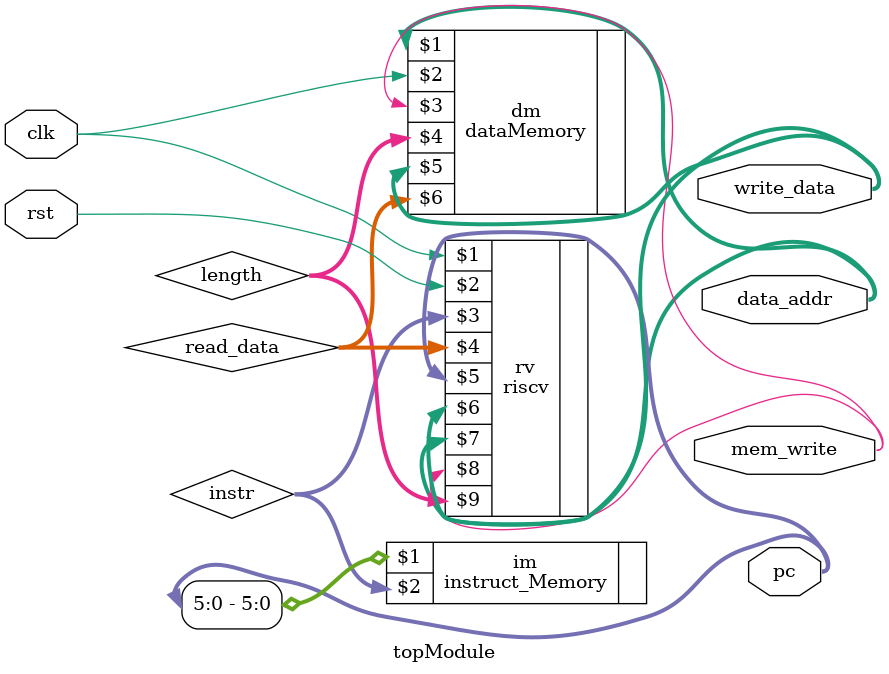
<source format=v>
`timescale 1ns/1ps

module topModule(input clk,rst,
				output [31:0] write_data,data_addr,pc,
				output mem_write);
				
wire [31:0] instr, read_data;
wire [1:0] length;

dataMemory dm(data_addr,clk,mem_write,length, write_data, read_data);

instruct_Memory im(pc[5:0],instr);

riscv rv(clk, rst, instr, read_data, pc, write_data, data_addr, mem_write, length);

endmodule

</source>
